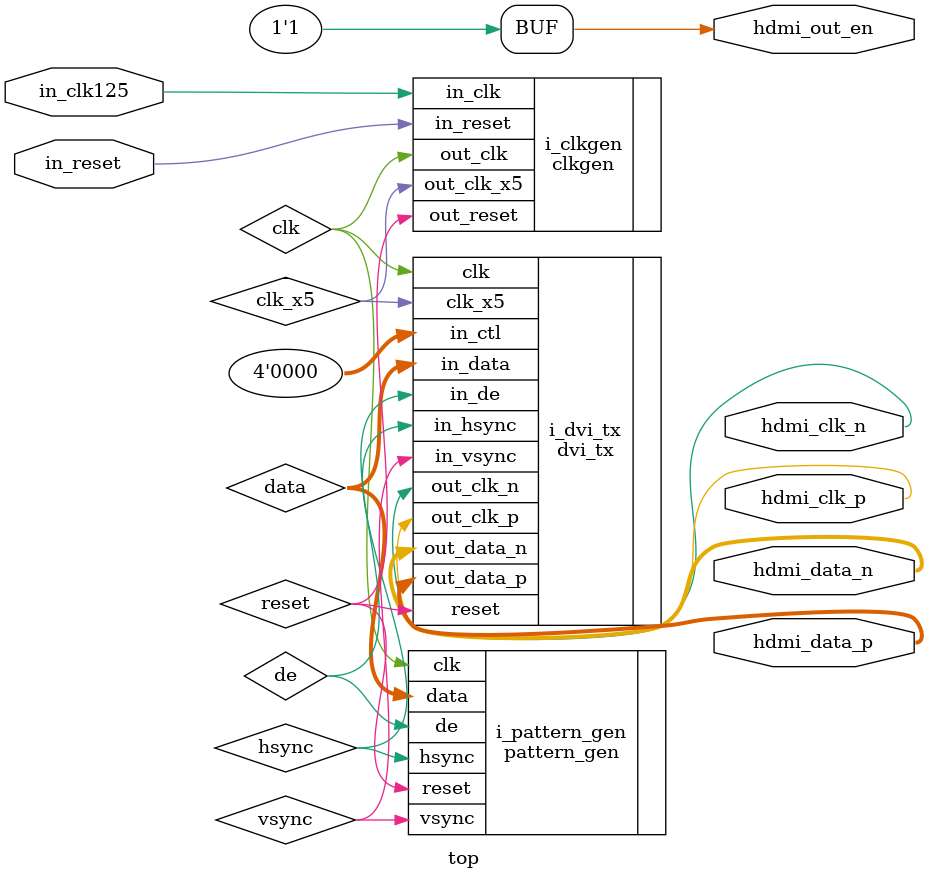
<source format=v>


`timescale 1ns / 1ps
`default_nettype none


module top
		(
			input	wire			in_reset,
			input	wire			in_clk125,
			
			output	wire			hdmi_out_en,
			output	wire			hdmi_clk_p,
			output	wire			hdmi_clk_n,
			output	wire	[2:0]	hdmi_data_p,
			output	wire	[2:0]	hdmi_data_n			
		);

	assign hdmi_out_en = 1'b1;
	
	wire		reset;
	wire		clk;
	wire		clk_x5;
	
	/*
	wire		locked;
	
	clkgen
		i_clkgen
			(
				.CLK_IN1	(in_clk125),
				
				.CLK_OUT1	(clk),
				.CLK_OUT2	(clk_x5),

				.RESET		(in_reset),
				.LOCKED		(locked)
			);
	
	reg				reset = 1'b1;
	always @(posedge clk or negedge locked ) begin
		if ( !locked ) begin
			reset <= 1'b1;
		end
		else begin
			reset <= 1'b0;
		end
	end
	*/
	
	clkgen
		i_clkgen
			(
				.in_reset	(in_reset),
				.in_clk		(in_clk125),

				.out_reset	(reset),
				.out_clk	(clk),
				.out_clk_x5	(clk_x5)
			);
	
	
	wire			vsync;
	wire			hsync;
	wire			de;
	wire	[23:0]	data;
	
	pattern_gen
	/*
			#(
				// SXGA@75MHz
				.H_SYNC			(1),
				.H_VISIBLE		(1024),
				.H_FRONTPORCH	(24),
				.H_PULSE		(136),
				.H_BACKPORCH	(144),
				.V_SYNC			(1),
				.V_VISIBLE		(768),
				.V_FRONTPORCH	(3),
				.V_PULSE		(6),
				.V_BACKPORCH	(29)
			)
	*/
		i_pattern_gen
			(
				.reset		(reset),
				.clk		(clk),
				
				.vsync		(vsync),
				.hsync		(hsync),
				.de			(de),
				.data		(data)
			);
	
	dvi_tx
		i_dvi_tx
			(
				.reset		(reset),
				.clk		(clk),
				.clk_x5		(clk_x5),
				
				.in_vsync	(vsync),
				.in_hsync	(hsync),
				.in_de		(de),
				.in_data	(data),
				.in_ctl		(4'd0),
				
				.out_clk_p	(hdmi_clk_p),
				.out_clk_n	(hdmi_clk_n),
				.out_data_p	(hdmi_data_p),
				.out_data_n	(hdmi_data_n)
			);
	
endmodule


`default_nettype wire


// end of file

</source>
